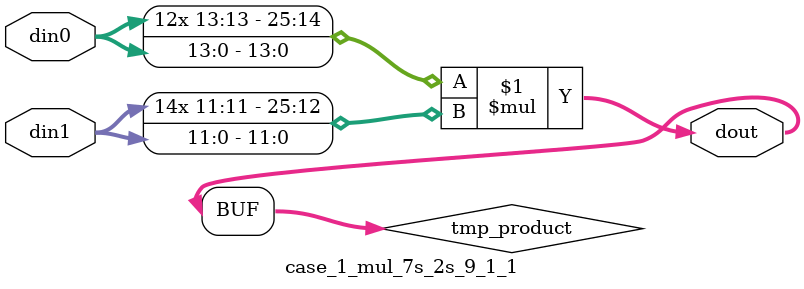
<source format=v>

`timescale 1 ns / 1 ps

 module case_1_mul_7s_2s_9_1_1(din0, din1, dout);
parameter ID = 1;
parameter NUM_STAGE = 0;
parameter din0_WIDTH = 14;
parameter din1_WIDTH = 12;
parameter dout_WIDTH = 26;

input [din0_WIDTH - 1 : 0] din0; 
input [din1_WIDTH - 1 : 0] din1; 
output [dout_WIDTH - 1 : 0] dout;

wire signed [dout_WIDTH - 1 : 0] tmp_product;



























assign tmp_product = $signed(din0) * $signed(din1);








assign dout = tmp_product;





















endmodule

</source>
